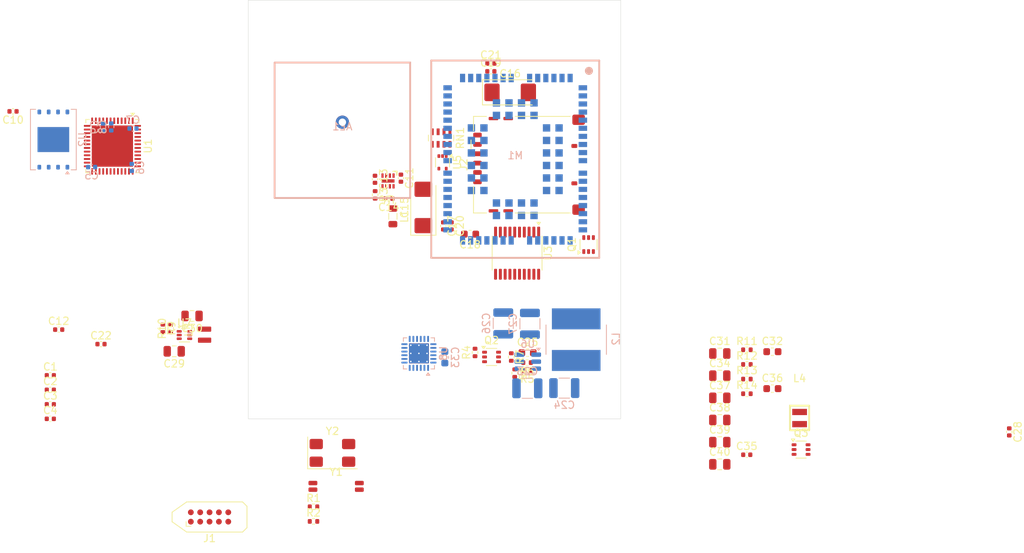
<source format=kicad_pcb>
(kicad_pcb (version 20241229) (generator "pcbnew") (generator_version "9.0")
  (layers (0 "F.Cu" signal) (2 "B.Cu" signal) (13 "F.Paste" user) (15 "B.Paste" user) (5 "F.SilkS" user "F.Silkscreen") (7 "B.SilkS" user "B.Silkscreen") (1 "F.Mask" user) (3 "B.Mask" user) (25 "Edge.Cuts" user))
  (net 0 "")
  (net 1 "/mcu/OSC32_IN")
  (net 2 "GND")
  (net 3 "/mcu/OSC32_OUT")
  (net 4 "/mcu/OSC_IN")
  (net 5 "/mcu/OSC_OUT")
  (net 6 "+3V3")
  (net 7 "+VSYS")
  (net 8 "/gsm/+GSM_SWITCHED")
  (net 9 "/gsm/+VBAT_GSM")
  (net 10 "+2V8")
  (net 11 "/gsm/SIM_VCC")
  (net 13 "/mcu/RESET")
  (net 14 "/mcu/SWDIO")
  (net 15 "/mcu/SWCLK")
  (net 21 "Net-(J2-I{slash}O)")
  (net 22 "Net-(J2-CLK)")
  (net 23 "Net-(J2-RST)")
  (net 26 "/gsm/SIM_IO")
  (net 29 "/gsm/PWRKEY")
  (net 36 "/gsm/PSM_IND")
  (net 43 "/gsm/SIM_CLK")
  (net 44 "/gsm/RI")
  (net 51 "/gsm/NETLIGHT")
  (net 54 "/gsm/RESET")
  (net 55 "/gsm/RXD")
  (net 63 "/gsm/DTR")
  (net 70 "/gsm/U3_TXD")
  (net 76 "/gsm/TXD")
  (net 83 "/gsm/STATUS")
  (net 84 "/gsm/AP_RDY")
  (net 85 "/gsm/SIM_RST")
  (net 87 "/gsm/U3_RXD")
  (net 90 "/gsm/GSM_PWRKEY")
  (net 91 "/gsm/GSM_RESET")
  (net 92 "/mcu/I2C_SCL")
  (net 93 "/mcu/I2C_SDA")
  (net 96 "/psu/+VIN")
  (net 97 "Net-(AE1-A)")
  (net 101 "Net-(Q2A-D)")
  (net 124 "/mcu/OCTOSPI1_IO3")
  (net 125 "/mcu/OCTOSPI1_IO0")
  (net 126 "/mcu/OCTOSPI1_NCS")
  (net 127 "/mcu/OCTOSPI1_IO2")
  (net 128 "/mcu/OCTOSPI1_IO1")
  (net 129 "/mcu/OCTOSPI1_CLK")
  (net 131 "+5V")
  (net 132 "/mcu/PSU_CTRL")
  (net 133 "Net-(U2-VCC)")
  (net 134 "Net-(U4-SS)")
  (net 135 "Net-(U6-CB)")
  (net 136 "Net-(U6-SW)")
  (net 137 "Net-(U6-FB)")
  (net 138 "/low_voltage_psu/+VSYS")
  (net 139 "/low_voltage_psu/+3V3")
  (net 140 "Net-(U4-DIS)")
  (net 141 "Net-(U7-FB)")
  (net 143 "Net-(U7-SW)")
  (net 144 "Net-(U8-PMID)")
  (net 145 "Net-(U8-BTST)")
  (net 146 "/battery charger/BQ_SW")
  (net 147 "Net-(U8-REGN)")
  (net 148 "Net-(C37-Pad1)")
  (net 149 "Net-(Q3B-D)")
  (net 150 "/battery charger/CHARGE_ENABLE")
  (net 151 "/battery charger/POWER_CYCLE")
  (net 152 "Net-(Q3A-D)")
  (net 153 "Net-(U8-TS)")
  (net 154 "/battery charger/BAT_LEVEL")
  (net 155 "/gsm/GSM_TX")
  (net 156 "/gsm/GSM_RI")
  (net 157 "/gsm/GSM_STATUS")
  (net 158 "/gsm/GSM_AP_READY")
  (net 159 "/gsm/GSM_LINE_BUF_EN")
  (net 160 "/gsm/GSM_DTR")
  (net 161 "/gsm/GSM_RX")
  (net 162 "/gsm/GPS_RX")
  (net 163 "/gsm/GPS_TX")
  (net 164 "/battery charger/CHARGER_STAT")
  (net 165 "/gsm/GSM_EN")
  (net 167 "/battery charger/CHARGER_SDA")
  (net 168 "/battery charger/CHARGER_INT")
  (net 169 "/battery charger/CHARGER_PG")
  (net 170 "/battery charger/CHARGER_SCL")
  (net 172 "/battery charger/+VSYS")
  (footprint "My Footprints:L_0806_2016Metric_TAIYO_YUDEN_SMD" (layer "F.Cu") (at 116.62 86.44 90)
    (property "Reference" "L3" (at 0.6 -2.15 90) (layer "F.SilkS"))
    (property "Value" "1uH")
    (pad "1" smd roundrect (at -0.75 0 90) (size 0.7 1.8) (layers "F.Cu" "F.Mask" "F.Paste") (roundrect_rratio 0.15) (net 143 "Net-(U7-SW)"))
    (pad "2" smd roundrect (at 0.75 0 90) (size 0.7 1.8) (layers "F.Cu" "F.Mask" "F.Paste") (roundrect_rratio 0.15) (net 139 "/low_voltage_psu/+3V3"))
  )
  (footprint "Capacitor_SMD:C_0402_1005Metric" (layer "F.Cu") (at 155.475 50.67)
    (property "Reference" "C19" (at 0 -1.16 0) (layer "F.SilkS"))
    (property "Value" "1u")
    (pad "1" smd roundrect (at -0.48 0) (size 0.56 0.62) (layers "F.Cu" "F.Mask" "F.Paste") (net 9 "/gsm/+VBAT_GSM"))
    (pad "2" smd roundrect (at 0.48 0) (size 0.56 0.62) (layers "F.Cu" "F.Mask" "F.Paste") (net 2 "GND"))
  )
  (footprint "Resistor_SMD:R_0402_1005Metric" (layer "F.Cu") (at 139.77 67.45 -90)
    (property "Reference" "R3" (at 0 -1.17 90) (layer "F.SilkS"))
    (property "Value" "10K")
    (pad "1" smd roundrect (at -0.51 0 270) (size 0.54 0.64) (layers "F.Cu" "F.Mask" "F.Paste") (net 140 "Net-(U4-DIS)"))
    (pad "2" smd roundrect (at 0.51 0 270) (size 0.54 0.64) (layers "F.Cu" "F.Mask" "F.Paste") (net 2 "GND"))
  )
  (footprint "Capacitor_SMD:C_0402_1005Metric" (layer "F.Cu") (at 102.56 87.725)
    (property "Reference" "C22" (at 0 -1.16 0) (layer "F.SilkS"))
    (property "Value" "0.1u")
    (pad "1" smd roundrect (at -0.48 0) (size 0.56 0.62) (layers "F.Cu" "F.Mask" "F.Paste") (net 11 "/gsm/SIM_VCC"))
    (pad "2" smd roundrect (at 0.48 0) (size 0.56 0.62) (layers "F.Cu" "F.Mask" "F.Paste") (net 2 "GND"))
  )
  (footprint "Crystal:Crystal_SMD_SeikoEpson_MC146-4Pin_6.7x1.5mm" (layer "F.Cu") (at 134.475 107.05)
    (property "Reference" "Y1" (at 0 -1.95 0) (layer "F.SilkS"))
    (property "Value" "32.768KHz")
    (pad "1" smd roundrect (at -3.15 0.45) (size 1.2 0.6) (layers "F.Cu" "F.Mask" "F.Paste") (net 3 "/mcu/OSC32_OUT"))
    (pad "2" smd roundrect (at 3.15 0.45) (size 1.2 0.6) (layers "F.Cu" "F.Mask" "F.Paste") (net 1 "/mcu/OSC32_IN"))
    (pad "3" smd roundrect (at 3.15 -0.45) (size 1.2 0.6) (layers "F.Cu" "F.Mask" "F.Paste"))
    (pad "4" smd roundrect (at -3.15 -0.45) (size 1.2 0.6) (layers "F.Cu" "F.Mask" "F.Paste"))
  )
  (footprint "Capacitor_SMD:C_0805_2012Metric" (layer "F.Cu") (at 186.55 104.055)
    (property "Reference" "C40" (at 0 -1.68 0) (layer "F.SilkS"))
    (property "Value" "10u")
    (pad "1" smd roundrect (at -0.95 0) (size 1 1.45) (layers "F.Cu" "F.Mask" "F.Paste") (net 172 "/battery charger/+VSYS"))
    (pad "2" smd roundrect (at 0.95 0) (size 1 1.45) (layers "F.Cu" "F.Mask" "F.Paste") (net 2 "GND"))
  )
  (footprint "Capacitor_SMD:C_0805_2012Metric" (layer "F.Cu") (at 186.55 98.035)
    (property "Reference" "C38" (at 0 -1.68 0) (layer "F.SilkS"))
    (property "Value" "10u")
    (pad "1" smd roundrect (at -0.95 0) (size 1 1.45) (layers "F.Cu" "F.Mask" "F.Paste") (net 172 "/battery charger/+VSYS"))
    (pad "2" smd roundrect (at 0.95 0) (size 1 1.45) (layers "F.Cu" "F.Mask" "F.Paste") (net 2 "GND"))
  )
  (footprint "Capacitor_SMD:C_0603_1608Metric" (layer "F.Cu") (at 152.655 72.78 180)
    (property "Reference" "C18" (at 0 -1.43 0) (layer "F.SilkS"))
    (property "Value" "4.7u")
    (pad "1" smd roundrect (at -0.775 0 180) (size 0.9 0.95) (layers "F.Cu" "F.Mask" "F.Paste") (net 10 "+2V8"))
    (pad "2" smd roundrect (at 0.775 0 180) (size 0.9 0.95) (layers "F.Cu" "F.Mask" "F.Paste") (net 2 "GND"))
  )
  (footprint "Resistor_SMD:R_0402_1005Metric" (layer "F.Cu") (at 158.25 89.48 -90)
    (property "Reference" "R7" (at 0 -1.17 90) (layer "F.SilkS"))
    (property "Value" "88.7K")
    (pad "1" smd roundrect (at -0.51 0 270) (size 0.54 0.64) (layers "F.Cu" "F.Mask" "F.Paste") (net 131 "+5V"))
    (pad "2" smd roundrect (at 0.51 0 270) (size 0.54 0.64) (layers "F.Cu" "F.Mask" "F.Paste") (net 137 "Net-(U6-FB)"))
  )
  (footprint "Capacitor_SMD:C_0402_1005Metric" (layer "F.Cu") (at 149.02 71.67 -90)
    (property "Reference" "C17" (at 0 -1.16 90) (layer "F.SilkS"))
    (property "Value" "1u")
    (pad "1" smd roundrect (at -0.48 0 270) (size 0.56 0.62) (layers "F.Cu" "F.Mask" "F.Paste") (net 9 "/gsm/+VBAT_GSM"))
    (pad "2" smd roundrect (at 0.48 0 270) (size 0.56 0.62) (layers "F.Cu" "F.Mask" "F.Paste") (net 2 "GND"))
  )
  (footprint "Capacitor_SMD:C_0402_1005Metric" (layer "F.Cu") (at 139.75 65.33 -90)
    (property "Reference" "C13" (at 0 -1.16 90) (layer "F.SilkS"))
    (property "Value" "0.1u")
    (pad "1" smd roundrect (at -0.48 0 270) (size 0.56 0.62) (layers "F.Cu" "F.Mask" "F.Paste") (net 134 "Net-(U4-SS)"))
    (pad "2" smd roundrect (at 0.48 0 270) (size 0.56 0.62) (layers "F.Cu" "F.Mask" "F.Paste") (net 2 "GND"))
  )
  (footprint "Package_TO_SOT_SMD:Diodes_SOT-553" (layer "F.Cu") (at 148.92 63.03 -90)
    (property "Reference" "U5" (at 0 -2 90) (layer "F.SilkS"))
    (property "Value" "DF5A6.8JE,LM")
    (pad "1" smd roundrect (at -0.85 -0.5 270) (size 0.5 0.375) (layers "F.Cu" "F.Mask" "F.Paste") (net 21 "Net-(J2-I{slash}O)"))
    (pad "2" smd roundrect (at -0.85 0 270) (size 0.5 0.375) (layers "F.Cu" "F.Mask" "F.Paste") (net 2 "GND"))
    (pad "3" smd roundrect (at -0.85 0.5 270) (size 0.5 0.375) (layers "F.Cu" "F.Mask" "F.Paste") (net 22 "Net-(J2-CLK)"))
    (pad "4" smd roundrect (at 0.85 0.5 270) (size 0.5 0.375) (layers "F.Cu" "F.Mask" "F.Paste") (net 23 "Net-(J2-RST)"))
    (pad "5" smd roundrect (at 0.85 -0.5 270) (size 0.5 0.375) (layers "F.Cu" "F.Mask" "F.Paste") (net 11 "/gsm/SIM_VCC"))
  )
  (footprint "Capacitor_SMD:C_0402_1005Metric" (layer "F.Cu") (at 190.21 102.755)
    (property "Reference" "C35" (at 0 -1.16 0) (layer "F.SilkS"))
    (property "Value" "47n")
    (pad "1" smd roundrect (at -0.48 0) (size 0.56 0.62) (layers "F.Cu" "F.Mask" "F.Paste") (net 146 "/battery charger/BQ_SW"))
    (pad "2" smd roundrect (at 0.48 0) (size 0.56 0.62) (layers "F.Cu" "F.Mask" "F.Paste") (net 145 "Net-(U8-BTST)"))
  )
  (footprint "Capacitor_SMD:C_0805_2012Metric" (layer "F.Cu") (at 112.5 88.7 180)
    (property "Reference" "C29" (at 0 -1.68 0) (layer "F.SilkS"))
    (property "Value" "10u")
    (pad "1" smd roundrect (at -0.95 0 180) (size 1 1.45) (layers "F.Cu" "F.Mask" "F.Paste") (net 138 "/low_voltage_psu/+VSYS"))
    (pad "2" smd roundrect (at 0.95 0 180) (size 1 1.45) (layers "F.Cu" "F.Mask" "F.Paste") (net 2 "GND"))
  )
  (footprint "Package_TO_SOT_SMD:SOT-363_SC-70-6" (layer "F.Cu") (at 197.58 102.05)
    (property "Reference" "Q3" (at 0 -2.25 0) (layer "F.SilkS"))
    (property "Value" "SSM6N7002KFU")
    (pad "1" smd roundrect (at -0.95 -0.65) (size 0.65 0.4) (layers "F.Cu" "F.Mask" "F.Paste") (net 150 "/battery charger/CHARGE_ENABLE"))
    (pad "2" smd roundrect (at -0.95 0) (size 0.65 0.4) (layers "F.Cu" "F.Mask" "F.Paste") (net 6 "+3V3"))
    (pad "3" smd roundrect (at -0.95 0.65) (size 0.65 0.4) (layers "F.Cu" "F.Mask" "F.Paste") (net 149 "Net-(Q3B-D)"))
    (pad "4" smd roundrect (at 0.95 0.65) (size 0.65 0.4) (layers "F.Cu" "F.Mask" "F.Paste") (net 151 "/battery charger/POWER_CYCLE"))
    (pad "5" smd roundrect (at 0.95 0) (size 0.65 0.4) (layers "F.Cu" "F.Mask" "F.Paste") (net 6 "+3V3"))
    (pad "6" smd roundrect (at 0.95 -0.65) (size 0.65 0.4) (layers "F.Cu" "F.Mask" "F.Paste") (net 152 "Net-(Q3A-D)"))
  )
  (footprint "Resistor_SMD:R_0402_1005Metric" (layer "F.Cu") (at 190.23 88.495)
    (property "Reference" "R11" (at 0 -1.17 0) (layer "F.SilkS"))
    (property "Value" "100K")
    (pad "1" smd roundrect (at -0.51 0) (size 0.54 0.64) (layers "F.Cu" "F.Mask" "F.Paste") (net 147 "Net-(U8-REGN)"))
    (pad "2" smd roundrect (at 0.51 0) (size 0.54 0.64) (layers "F.Cu" "F.Mask" "F.Paste") (net 153 "Net-(U8-TS)"))
  )
  (footprint "Package_SO:TSSOP-20_4.4x6.5mm_P0.65mm" (layer "F.Cu") (at 159.04 75.3675 -90)
    (property "Reference" "U3" (at 0 -4.2 90) (layer "F.SilkS"))
    (property "Value" "74LVC244APW,118")
    (pad "1" smd roundrect (at -2.8625 -2.925 270) (size 1.475 0.4) (layers "F.Cu" "F.Mask" "F.Paste"))
    (pad "2" smd roundrect (at -2.8625 -2.275 270) (size 1.475 0.4) (layers "F.Cu" "F.Mask" "F.Paste") (net 84 "/gsm/AP_RDY"))
    (pad "3" smd roundrect (at -2.8625 -1.625 270) (size 1.475 0.4) (layers "F.Cu" "F.Mask" "F.Paste") (net 83 "/gsm/STATUS"))
    (pad "4" smd roundrect (at -2.8625 -0.975 270) (size 1.475 0.4) (layers "F.Cu" "F.Mask" "F.Paste") (net 70 "/gsm/U3_TXD"))
    (pad "5" smd roundrect (at -2.8625 -0.325 270) (size 1.475 0.4) (layers "F.Cu" "F.Mask" "F.Paste") (net 87 "/gsm/U3_RXD"))
    (pad "6" smd roundrect (at -2.8625 0.325 270) (size 1.475 0.4) (layers "F.Cu" "F.Mask" "F.Paste") (net 63 "/gsm/DTR"))
    (pad "7" smd roundrect (at -2.8625 0.975 270) (size 1.475 0.4) (layers "F.Cu" "F.Mask" "F.Paste") (net 44 "/gsm/RI"))
    (pad "8" smd roundrect (at -2.8625 1.625 270) (size 1.475 0.4) (layers "F.Cu" "F.Mask" "F.Paste") (net 55 "/gsm/RXD"))
    (pad "9" smd roundrect (at -2.8625 2.275 270) (size 1.475 0.4) (layers "F.Cu" "F.Mask" "F.Paste") (net 76 "/gsm/TXD"))
    (pad "10" smd roundrect (at -2.8625 2.925 270) (size 1.475 0.4) (layers "F.Cu" "F.Mask" "F.Paste") (net 2 "GND"))
    (pad "11" smd roundrect (at 2.8625 2.925 270) (size 1.475 0.4) (layers "F.Cu" "F.Mask" "F.Paste") (net 155 "/gsm/GSM_TX"))
    (pad "12" smd roundrect (at 2.8625 2.275 270) (size 1.475 0.4) (layers "F.Cu" "F.Mask" "F.Paste") (net 161 "/gsm/GSM_RX"))
    (pad "13" smd roundrect (at 2.8625 1.625 270) (size 1.475 0.4) (layers "F.Cu" "F.Mask" "F.Paste") (net 156 "/gsm/GSM_RI"))
    (pad "14" smd roundrect (at 2.8625 0.975 270) (size 1.475 0.4) (layers "F.Cu" "F.Mask" "F.Paste") (net 160 "/gsm/GSM_DTR"))
    (pad "15" smd roundrect (at 2.8625 0.325 270) (size 1.475 0.4) (layers "F.Cu" "F.Mask" "F.Paste") (net 162 "/gsm/GPS_RX"))
    (pad "16" smd roundrect (at 2.8625 -0.325 270) (size 1.475 0.4) (layers "F.Cu" "F.Mask" "F.Paste") (net 163 "/gsm/GPS_TX"))
    (pad "17" smd roundrect (at 2.8625 -0.975 270) (size 1.475 0.4) (layers "F.Cu" "F.Mask" "F.Paste") (net 157 "/gsm/GSM_STATUS"))
    (pad "18" smd roundrect (at 2.8625 -1.625 270) (size 1.475 0.4) (layers "F.Cu" "F.Mask" "F.Paste") (net 158 "/gsm/GSM_AP_READY"))
    (pad "19" smd roundrect (at 2.8625 -2.275 270) (size 1.475 0.4) (layers "F.Cu" "F.Mask" "F.Paste") (net 159 "/gsm/GSM_LINE_BUF_EN"))
    (pad "20" smd roundrect (at 2.8625 -2.925 270) (size 1.475 0.4) (layers "F.Cu" "F.Mask" "F.Paste") (net 6 "+3V3"))
  )
  (footprint "Package_TO_SOT_SMD:SOT-563" (layer "F.Cu") (at 113.8875 86.49)
    (property "Reference" "U7" (at 0 -1.65 0) (layer "F.SilkS"))
    (property "Value" "AP61100Z6")
    (pad "1" smd roundrect (at -0.7125 -0.5) (size 0.675 0.35) (layers "F.Cu" "F.Mask" "F.Paste") (net 141 "Net-(U7-FB)"))
    (pad "2" smd roundrect (at -0.7125 0) (size 0.675 0.35) (layers "F.Cu" "F.Mask" "F.Paste") (net 2 "GND"))
    (pad "3" smd roundrect (at -0.7125 0.5) (size 0.675 0.35) (layers "F.Cu" "F.Mask" "F.Paste") (net 138 "/low_voltage_psu/+VSYS"))
    (pad "4" smd roundrect (at 0.7125 0.5) (size 0.675 0.35) (layers "F.Cu" "F.Mask" "F.Paste") (net 143 "Net-(U7-SW)"))
    (pad "5" smd roundrect (at 0.7125 0) (size 0.675 0.35) (layers "F.Cu" "F.Mask" "F.Paste") (net 138 "/low_voltage_psu/+VSYS"))
    (pad "6" smd roundrect (at 0.7125 -0.5) (size 0.675 0.35) (layers "F.Cu" "F.Mask" "F.Paste") (net 139 "/low_voltage_psu/+3V3"))
  )
  (footprint "My Footprints:UDFN2116-8_Diodes" (layer "F.Cu") (at 141.52 65.56 180)
    (property "Reference" "U4" (at 0.05 -2.475 180) (layer "F.SilkS"))
    (property "Value" "AP22800HB-7")
    (pad "1" smd rect (at -0.75 0.725 180) (size 0.3 0.6) (layers "F.Cu" "F.Mask" "F.Paste") (net 7 "+VSYS"))
    (pad "2" smd rect (at -0.25 0.725 180) (size 0.3 0.6) (layers "F.Cu" "F.Mask" "F.Paste") (net 7 "+VSYS"))
    (pad "3" smd rect (at 0.25 0.724271 180) (size 0.3 0.6) (layers "F.Cu" "F.Mask" "F.Paste") (net 165 "/gsm/GSM_EN"))
    (pad "4" smd rect (at 0.75 0.725 180) (size 0.3 0.6) (layers "F.Cu" "F.Mask" "F.Paste") (net 134 "Net-(U4-SS)"))
    (pad "5" smd rect (at 0.75 -0.725 180) (size 0.3 0.6) (layers "F.Cu" "F.Mask" "F.Paste"))
    (pad "6" smd rect (at 0.25 -0.725 180) (size 0.3 0.6) (layers "F.Cu" "F.Mask" "F.Paste") (net 140 "Net-(U4-DIS)"))
    (pad "7" smd rect (at -0.25 -0.725 180) (size 0.3 0.6) (layers "F.Cu" "F.Mask" "F.Paste") (net 8 "/gsm/+GSM_SWITCHED"))
    (pad "8" smd rect (at -0.75 -0.725 180) (size 0.3 0.6) (layers "F.Cu" "F.Mask" "F.Paste") (net 8 "/gsm/+GSM_SWITCHED"))
    (pad "9" smd rect (at 0 0 270) (size 0.45 1.75) (layers "F.Cu" "F.Mask" "F.Paste") (net 2 "GND"))
  )
  (footprint "Capacitor_SMD:C_0603_1608Metric" (layer "F.Cu") (at 193.69 88.755)
    (property "Reference" "C32" (at 0 -1.43 0) (layer "F.SilkS"))
    (property "Value" "1u")
    (pad "1" smd roundrect (at -0.775 0) (size 0.9 0.95) (layers "F.Cu" "F.Mask" "F.Paste") (net 131 "+5V"))
    (pad "2" smd roundrect (at 0.775 0) (size 0.9 0.95) (layers "F.Cu" "F.Mask" "F.Paste") (net 2 "GND"))
  )
  (footprint "Resistor_SMD:R_0402_1005Metric" (layer "F.Cu") (at 158.72 91.67 -90)
    (property "Reference" "R8" (at 0 -1.17 90) (layer "F.SilkS"))
    (property "Value" "16.8K")
    (pad "1" smd roundrect (at -0.51 0 270) (size 0.54 0.64) (layers "F.Cu" "F.Mask" "F.Paste") (net 137 "Net-(U6-FB)"))
    (pad "2" smd roundrect (at 0.51 0 270) (size 0.54 0.64) (layers "F.Cu" "F.Mask" "F.Paste") (net 2 "GND"))
  )
  (footprint "My Footprints:Inductor_TYA252012" (layer "F.Cu") (at 197.382 96.9458)
    (property "Reference" "L4" (at 0 -4.564 0) (layer "F.SilkS"))
    (property "Value" "1u")
    (pad "1" smd rect (at 0 0) (size 2 0.85) (layers "F.Cu" "F.Mask" "F.Paste") (net 146 "/battery charger/BQ_SW"))
    (pad "2" smd rect (at 0 1.65) (size 2 0.85) (layers "F.Cu" "F.Mask" "F.Paste") (net 172 "/battery charger/+VSYS"))
  )
  (footprint "Capacitor_Tantalum_SMD:CP_EIA-6032-20_AVX-F" (layer "F.Cu") (at 146.31 69.16 90)
    (property "Reference" "C15" (at 0 -2.55 90) (layer "F.SilkS"))
    (property "Value" "100u")
    (pad "1" smd roundrect (at -2.47 0 90) (size 2.07 2.39) (layers "F.Cu" "F.Mask" "F.Paste") (roundrect_rratio 0.120773) (net 9 "/gsm/+VBAT_GSM"))
    (pad "2" smd roundrect (at 2.47 0 90) (size 2.07 2.39) (layers "F.Cu" "F.Mask" "F.Paste") (roundrect_rratio 0.120773) (net 2 "GND"))
  )
  (footprint "Resistor_SMD:R_0402_1005Metric" (layer "F.Cu") (at 131.405 109.82)
    (property "Reference" "R1" (at 0 -1.17 0) (layer "F.SilkS"))
    (property "Value" "4K7")
    (pad "1" smd roundrect (at -0.51 0) (size 0.54 0.64) (layers "F.Cu" "F.Mask" "F.Paste") (net 92 "/mcu/I2C_SCL"))
    (pad "2" smd roundrect (at 0.51 0) (size 0.54 0.64) (layers "F.Cu" "F.Mask" "F.Paste") (net 6 "+3V3"))
  )
  (footprint "Capacitor_SMD:C_0805_2012Metric" (layer "F.Cu") (at 186.55 92.015)
    (property "Reference" "C34" (at 0 -1.68 0) (layer "F.SilkS"))
    (property "Value" "10u")
    (pad "1" smd roundrect (at -0.95 0) (size 1 1.45) (layers "F.Cu" "F.Mask" "F.Paste") (net 144 "Net-(U8-PMID)"))
    (pad "2" smd roundrect (at 0.95 0) (size 1 1.45) (layers "F.Cu" "F.Mask" "F.Paste") (net 2 "GND"))
  )
  (footprint "Capacitor_SMD:C_0402_1005Metric" (layer "F.Cu") (at 150.13 71.67 -90)
    (property "Reference" "C20" (at 0 -1.16 90) (layer "F.SilkS"))
    (property "Value" "0.1u")
    (pad "1" smd roundrect (at -0.48 0 270) (size 0.56 0.62) (layers "F.Cu" "F.Mask" "F.Paste") (net 9 "/gsm/+VBAT_GSM"))
    (pad "2" smd roundrect (at 0.48 0 270) (size 0.56 0.62) (layers "F.Cu" "F.Mask" "F.Paste") (net 2 "GND"))
  )
  (footprint "Package_DFN_QFN:QFN-48-1EP_7x7mm_P0.5mm_EP5.6x5.6mm" (layer "F.Cu") (at 104.11 60.8225 -90)
    (property "Reference" "U1" (at 0 -4.83 90) (layer "F.SilkS"))
    (property "Value" "STM32U545CEUx")
    (pad "1" smd roundrect (at -3.4375 -2.75 270) (size 0.875 0.25) (layers "F.Cu" "F.Mask" "F.Paste"))
    (pad "2" smd roundrect (at -3.4375 -2.25 270) (size 0.875 0.25) (layers "F.Cu" "F.Mask" "F.Paste"))
    (pad "3" smd roundrect (at -3.4375 -1.75 270) (size 0.875 0.25) (layers "F.Cu" "F.Mask" "F.Paste") (net 1 "/mcu/OSC32_IN"))
    (pad "4" smd roundrect (at -3.4375 -1.25 270) (size 0.875 0.25) (layers "F.Cu" "F.Mask" "F.Paste") (net 3 "/mcu/OSC32_OUT"))
    (pad "5" smd roundrect (at -3.4375 -0.75 270) (size 0.875 0.25) (layers "F.Cu" "F.Mask" "F.Paste") (net 4 "/mcu/OSC_IN"))
    (pad "6" smd roundrect (at -3.4375 -0.25 270) (size 0.875 0.25) (layers "F.Cu" "F.Mask" "F.Paste") (net 5 "/mcu/OSC_OUT"))
    (pad "7" smd roundrect (at -3.4375 0.25 270) (size 0.875 0.25) (layers "F.Cu" "F.Mask" "F.Paste") (net 13 "/mcu/RESET"))
    (pad "8" smd roundrect (at -3.4375 0.75 270) (size 0.875 0.25) (layers "F.Cu" "F.Mask" "F.Paste") (net 2 "GND"))
    (pad "9" smd roundrect (at -3.4375 1.25 270) (size 0.875 0.25) (layers "F.Cu" "F.Mask" "F.Paste") (net 6 "+3V3"))
    (pad "10" smd roundrect (at -3.4375 1.75 270) (size 0.875 0.25) (layers "F.Cu" "F.Mask" "F.Paste") (net 155 "/gsm/GSM_TX"))
    (pad "11" smd roundrect (at -3.4375 2.25 270) (size 0.875 0.25) (layers "F.Cu" "F.Mask" "F.Paste") (net 161 "/gsm/GSM_RX"))
    (pad "12" smd roundrect (at -3.4375 2.75 270) (size 0.875 0.25) (layers "F.Cu" "F.Mask" "F.Paste") (net 156 "/gsm/GSM_RI"))
    (pad "13" smd roundrect (at -2.75 3.4375 270) (size 0.25 0.875) (layers "F.Cu" "F.Mask" "F.Paste") (net 129 "/mcu/OCTOSPI1_CLK"))
    (pad "14" smd roundrect (at -2.25 3.4375 270) (size 0.25 0.875) (layers "F.Cu" "F.Mask" "F.Paste") (net 126 "/mcu/OCTOSPI1_NCS"))
    (pad "15" smd roundrect (at -1.75 3.4375 270) (size 0.25 0.875) (layers "F.Cu" "F.Mask" "F.Paste"))
    (pad "16" smd roundrect (at -1.25 3.4375 270) (size 0.25 0.875) (layers "F.Cu" "F.Mask" "F.Paste") (net 124 "/mcu/OCTOSPI1_IO3"))
    (pad "17" smd roundrect (at -0.75 3.4375 270) (size 0.25 0.875) (layers "F.Cu" "F.Mask" "F.Paste") (net 127 "/mcu/OCTOSPI1_IO2"))
    (pad "18" smd roundrect (at -0.25 3.4375 270) (size 0.25 0.875) (layers "F.Cu" "F.Mask" "F.Paste") (net 128 "/mcu/OCTOSPI1_IO1"))
    (pad "19" smd roundrect (at 0.25 3.4375 270) (size 0.25 0.875) (layers "F.Cu" "F.Mask" "F.Paste") (net 125 "/mcu/OCTOSPI1_IO0"))
    (pad "20" smd roundrect (at 0.75 3.4375 270) (size 0.25 0.875) (layers "F.Cu" "F.Mask" "F.Paste"))
    (pad "21" smd roundrect (at 1.25 3.4375 270) (size 0.25 0.875) (layers "F.Cu" "F.Mask" "F.Paste"))
    (pad "22" smd roundrect (at 1.75 3.4375 270) (size 0.25 0.875) (layers "F.Cu" "F.Mask" "F.Paste"))
    (pad "23" smd roundrect (at 2.25 3.4375 270) (size 0.25 0.875) (layers "F.Cu" "F.Mask" "F.Paste") (net 2 "GND"))
    (pad "24" smd roundrect (at 2.75 3.4375 270) (size 0.25 0.875) (layers "F.Cu" "F.Mask" "F.Paste") (net 6 "+3V3"))
    (pad "25" smd roundrect (at 3.4375 2.75 270) (size 0.875 0.25) (layers "F.Cu" "F.Mask" "F.Paste"))
    (pad "26" smd roundrect (at 3.4375 2.25 270) (size 0.875 0.25) (layers "F.Cu" "F.Mask" "F.Paste"))
    (pad "27" smd roundrect (at 3.4375 1.75 270) (size 0.875 0.25) (layers "F.Cu" "F.Mask" "F.Paste"))
    (pad "28" smd roundrect (at 3.4375 1.25 270) (size 0.875 0.25) (layers "F.Cu" "F.Mask" "F.Paste"))
    (pad "29" smd roundrect (at 3.4375 0.75 270) (size 0.875 0.25) (layers "F.Cu" "F.Mask" "F.Paste") (net 157 "/gsm/GSM_STATUS"))
    (pad "30" smd roundrect (at 3.4375 0.25 270) (size 0.875 0.25) (layers "F.Cu" "F.Mask" "F.Paste") (net 162 "/gsm/GPS_RX"))
    (pad "31" smd roundrect (at 3.4375 -0.25 270) (size 0.875 0.25) (layers "F.Cu" "F.Mask" "F.Paste") (net 163 "/gsm/GPS_TX"))
    (pad "32" smd roundrect (at 3.4375 -0.75 270) (size 0.875 0.25) (layers "F.Cu" "F.Mask" "F.Paste"))
    (pad "33" smd roundrect (at 3.4375 -1.25 270) (size 0.875 0.25) (layers "F.Cu" "F.Mask" "F.Paste"))
    (pad "34" smd roundrect (at 3.4375 -1.75 270) (size 0.875 0.25) (layers "F.Cu" "F.Mask" "F.Paste"))
    (pad "35" smd roundrect (at 3.4375 -2.25 270) (size 0.875 0.25) (layers "F.Cu" "F.Mask" "F.Paste") (net 2 "GND"))
    (pad "36" smd roundrect (at 3.4375 -2.75 270) (size 0.875 0.25) (layers "F.Cu" "F.Mask" "F.Paste") (net 6 "+3V3"))
    (pad "37" smd roundrect (at 2.75 -3.4375 270) (size 0.25 0.875) (layers "F.Cu" "F.Mask" "F.Paste"))
    (pad "38" smd roundrect (at 2.25 -3.4375 270) (size 0.25 0.875) (layers "F.Cu" "F.Mask" "F.Paste"))
    (pad "39" smd roundrect (at 1.75 -3.4375 270) (size 0.25 0.875) (layers "F.Cu" "F.Mask" "F.Paste"))
    (pad "40" smd roundrect (at 1.25 -3.4375 270) (size 0.25 0.875) (layers "F.Cu" "F.Mask" "F.Paste"))
    (pad "41" smd roundrect (at 0.75 -3.4375 270) (size 0.25 0.875) (layers "F.Cu" "F.Mask" "F.Paste"))
    (pad "42" smd roundrect (at 0.25 -3.4375 270) (size 0.25 0.875) (layers "F.Cu" "F.Mask" "F.Paste"))
    (pad "43" smd roundrect (at -0.25 -3.4375 270) (size 0.25 0.875) (layers "F.Cu" "F.Mask" "F.Paste"))
    (pad "44" smd roundrect (at -0.75 -3.4375 270) (size 0.25 0.875) (layers "F.Cu" "F.Mask" "F.Paste"))
    (pad "45" smd roundrect (at -1.25 -3.4375 270) (size 0.25 0.875) (layers "F.Cu" "F.Mask" "F.Paste"))
    (pad "46" smd roundrect (at -1.75 -3.4375 270) (size 0.25 0.875) (layers "F.Cu" "F.Mask" "F.Paste"))
    (pad "47" smd roundrect (at -2.25 -3.4375 270) (size 0.25 0.875) (layers "F.Cu" "F.Mask" "F.Paste") (net 2 "GND"))
    (pad "48" smd roundrect (at -2.75 -3.4375 270) (size 0.25 0.875) (layers "F.Cu" "F.Mask" "F.Paste") (net 6 "+3V3"))
    (pad "49" smd rect (at 0 0 270) (size 5.6 5.6) (property pad_prop_heatsink) (layers "F.Cu" "F.Mask") (net 2 "GND"))
  )
  (footprint "Resistor_SMD:R_0402_1005Metric" (layer "F.Cu") (at 112.02 85.61 90)
    (property "Reference" "R10" (at 0 -1.17 90) (layer "F.SilkS"))
    (property "Value" "44.2K")
    (pad "1" smd roundrect (at -0.51 0 90) (size 0.54 0.64) (layers "F.Cu" "F.Mask" "F.Paste") (net 2 "GND"))
    (pad "2" smd roundrect (at 0.51 0 90) (size 0.54 0.64) (layers "F.Cu" "F.Mask" "F.Paste") (net 141 "Net-(U7-FB)"))
  )
  (footprint "Resistor_SMD:R_0402_1005Metric" (layer "F.Cu") (at 110.96 85.58 -90)
    (property "Reference" "R9" (at 0 -1.17 90) (layer "F.SilkS"))
    (property "Value" "200K")
    (pad "1" smd roundrect (at -0.51 0 270) (size 0.54 0.64) (layers "F.Cu" "F.Mask" "F.Paste") (net 141 "Net-(U7-FB)"))
    (pad "2" smd roundrect (at 0.51 0 270) (size 0.54 0.64) (layers "F.Cu" "F.Mask" "F.Paste") (net 139 "/low_voltage_psu/+3V3"))
  )
  (footprint "Resistor_SMD:R_0402_1005Metric" (layer "F.Cu") (at 160.39 90.24 180)
    (property "Reference" "R6" (at 0 -1.17 0) (layer "F.SilkS"))
    (property "Value" "37K")
    (pad "1" smd roundrect (at -0.51 0 180) (size 0.54 0.64) (layers "F.Cu" "F.Mask" "F.Paste") (net 2 "GND"))
    (pad "2" smd roundrect (at 0.51 0 180) (size 0.54 0.64) (layers "F.Cu" "F.Mask" "F.Paste") (net 101 "Net-(Q2A-D)"))
  )
  (footprint "Capacitor_SMD:C_0402_1005Metric" (layer "F.Cu") (at 96.82 85.755)
    (property "Reference" "C12" (at 0 -1.16 0) (layer "F.SilkS"))
    (property "Value" "0.1u")
    (pad "1" smd roundrect (at -0.48 0) (size 0.56 0.62) (layers "F.Cu" "F.Mask" "F.Paste") (net 6 "+3V3"))
    (pad "2" smd roundrect (at 0.48 0) (size 0.56 0.62) (layers "F.Cu" "F.Mask" "F.Paste") (net 2 "GND"))
  )
  (footprint "Capacitor_SMD:C_0805_2012Metric" (layer "F.Cu") (at 186.55 101.045)
    (property "Reference" "C39" (at 0 -1.68 0) (layer "F.SilkS"))
    (property "Value" "10u")
    (pad "1" smd roundrect (at -0.95 0) (size 1 1.45) (layers "F.Cu" "F.Mask" "F.Paste") (net 172 "/battery charger/+VSYS"))
    (pad "2" smd roundrect (at 0.95 0) (size 1 1.45) (layers "F.Cu" "F.Mask" "F.Paste") (net 2 "GND"))
  )
  (footprint "Capacitor_SMD:C_0402_1005Metric" (layer "F.Cu") (at 141.63 67.96 180)
    (property "Reference" "C14" (at 0 -1.16 0) (layer "F.SilkS"))
    (property "Value" "0.1u")
    (pad "1" smd roundrect (at -0.48 0 180) (size 0.56 0.62) (layers "F.Cu" "F.Mask" "F.Paste") (net 8 "/gsm/+GSM_SWITCHED"))
    (pad "2" smd roundrect (at 0.48 0 180) (size 0.56 0.62) (layers "F.Cu" "F.Mask" "F.Paste") (net 2 "GND"))
  )
  (footprint "Resistor_SMD:R_0402_1005Metric" (layer "F.Cu") (at 131.405 111.81)
    (property "Reference" "R2" (at 0 -1.17 0) (layer "F.SilkS"))
    (property "Value" "4K7")
    (pad "1" smd roundrect (at -0.51 0) (size 0.54 0.64) (layers "F.Cu" "F.Mask" "F.Paste") (net 93 "/mcu/I2C_SDA"))
    (pad "2" smd roundrect (at 0.51 0) (size 0.54 0.64) (layers "F.Cu" "F.Mask" "F.Paste") (net 6 "+3V3"))
  )
  (footprint "Resistor_SMD:R_0402_1005Metric" (layer "F.Cu") (at 190.23 92.475)
    (property "Reference" "R13" (at 0 -1.17 0) (layer "F.SilkS"))
    (property "Value" "37K")
    (pad "1" smd roundrect (at -0.51 0) (size 0.54 0.64) (layers "F.Cu" "F.Mask" "F.Paste") (net 148 "Net-(C37-Pad1)"))
    (pad "2" smd roundrect (at 0.51 0) (size 0.54 0.64) (layers "F.Cu" "F.Mask" "F.Paste") (net 154 "/battery charger/BAT_LEVEL"))
  )
  (footprint "Capacitor_SMD:C_0603_1608Metric" (layer "F.Cu") (at 160.46 88.89)
    (property "Reference" "C25" (at 0 -1.43 0) (layer "F.SilkS"))
    (property "Value" "0.1u")
    (pad "1" smd roundrect (at -0.775 0) (size 0.9 0.95) (layers "F.Cu" "F.Mask" "F.Paste") (net 135 "Net-(U6-CB)"))
    (pad "2" smd roundrect (at 0.775 0) (size 0.9 0.95) (layers "F.Cu" "F.Mask" "F.Paste") (net 136 "Net-(U6-SW)"))
  )
  (footprint "Capacitor_SMD:C_0402_1005Metric" (layer "F.Cu") (at 90.62 56.105 180)
    (property "Reference" "C10" (at 0 -1.16 0) (layer "F.SilkS"))
    (property "Value" "0.1u")
    (pad "1" smd roundrect (at -0.48 0 180) (size 0.56 0.62) (layers "F.Cu" "F.Mask" "F.Paste") (net 133 "Net-(U2-VCC)"))
    (pad "2" smd roundrect (at 0.48 0 180) (size 0.56 0.62) (layers "F.Cu" "F.Mask" "F.Paste") (net 2 "GND"))
  )
  (footprint "Capacitor_SMD:C_0402_1005Metric" (layer "F.Cu") (at 225.84 99.65 -90)
    (property "Reference" "C28" (at 0 -1.16 90) (layer "F.SilkS"))
    (property "Value" "33p")
    (pad "1" smd roundrect (at -0.48 0 270) (size 0.56 0.62) (layers "F.Cu" "F.Mask" "F.Paste") (net 131 "+5V"))
    (pad "2" smd roundrect (at 0.48 0 270) (size 0.56 0.62) (layers "F.Cu" "F.Mask" "F.Paste") (net 137 "Net-(U6-FB)"))
  )
  (footprint "Capacitor_SMD:C_0402_1005Metric" (layer "F.Cu") (at 143.27 65.18 -90)
    (property "Reference" "C11" (at 0 -1.16 90) (layer "F.SilkS"))
    (property "Value" "1u")
    (pad "1" smd roundrect (at -0.48 0 270) (size 0.56 0.62) (layers "F.Cu" "F.Mask" "F.Paste") (net 7 "+VSYS"))
    (pad "2" smd roundrect (at 0.48 0 270) (size 0.56 0.62) (layers "F.Cu" "F.Mask" "F.Paste") (net 2 "GND"))
  )
  (footprint "Capacitor_SMD:C_0402_1005Metric" (layer "F.Cu") (at 95.68 93.935)
    (property "Reference" "C2" (at 0 -1.16 0) (layer "F.SilkS"))
    (property "Value" "18p")
    (pad "1" smd roundrect (at -0.48 0) (size 0.56 0.62) (layers "F.Cu" "F.Mask" "F.Paste") (net 3 "/mcu/OSC32_OUT"))
    (pad "2" smd roundrect (at 0.48 0) (size 0.56 0.62) (layers "F.Cu" "F.Mask" "F.Paste") (net 2 "GND"))
  )
  (footprint "Resistor_SMD:R_0402_1005Metric" (layer "F.Cu") (at 190.23 90.485)
    (property "Reference" "R12" (at 0 -1.17 0) (layer "F.SilkS"))
    (property "Value" "100K")
    (pad "1" smd roundrect (at -0.51 0) (size 0.54 0.64) (layers "F.Cu" "F.Mask" "F.Paste") (net 153 "Net-(U8-TS)"))
    (pad "2" smd roundrect (at 0.51 0) (size 0.54 0.64) (layers "F.Cu" "F.Mask" "F.Paste") (net 2 "GND"))
  )
  (footprint "Capacitor_SMD:C_0402_1005Metric" (layer "F.Cu") (at 95.68 95.905)
    (property "Reference" "C3" (at 0 -1.16 0) (layer "F.SilkS"))
    (property "Value" "18p")
    (pad "1" smd roundrect (at -0.48 0) (size 0.56 0.62) (layers "F.Cu" "F.Mask" "F.Paste") (net 2 "GND"))
    (pad "2" smd roundrect (at 0.48 0) (size 0.56 0.62) (layers "F.Cu" "F.Mask" "F.Paste") (net 4 "/mcu/OSC_IN"))
  )
  (footprint "Resistor_SMD:R_Array_Concave_4x0603" (layer "F.Cu") (at 148.72 59.73 -90)
    (property "Reference" "RN1" (at 0 -2.6 90) (layer "F.SilkS"))
    (property "Value" "22R")
    (pad "1" smd rect (at -0.85 -1.2 270) (size 0.9 0.4) (layers "F.Cu" "F.Mask" "F.Paste") (net 43 "/gsm/SIM_CLK"))
    (pad "2" smd rect (at -0.85 -0.4 270) (size 0.9 0.4) (layers "F.Cu" "F.Mask" "F.Paste") (net 26 "/gsm/SIM_IO"))
    (pad "3" smd rect (at -0.85 0.4 270) (size 0.9 0.4) (layers "F.Cu" "F.Mask" "F.Paste") (net 85 "/gsm/SIM_RST"))
    (pad "4" smd rect (at -0.85 1.2 270) (size 0.9 0.4) (layers "F.Cu" "F.Mask" "F.Paste"))
    (pad "5" smd rect (at 0.85 1.2 270) (size 0.9 0.4) (layers "F.Cu" "F.Mask" "F.Paste"))
    (pad "6" smd rect (at 0.85 0.4 270) (size 0.9 0.4) (layers "F.Cu" "F.Mask" "F.Paste") (net 23 "Net-(J2-RST)"))
    (pad "7" smd rect (at 0.85 -0.4 270) (size 0.9 0.4) (layers "F.Cu" "F.Mask" "F.Paste") (net 21 "Net-(J2-I{slash}O)"))
    (pad "8" smd rect (at 0.85 -1.2 270) (size 0.9 0.4) (layers "F.Cu" "F.Mask" "F.Paste") (net 22 "Net-(J2-CLK)"))
  )
  (footprint "Connector:Tag-Connect_TC2050-IDC-NL_2x05_P1.27mm_Vertical" (layer "F.Cu") (at 117.295 111.21)
    (property "Reference" "J1" (at 0 2.9 0) (layer "F.SilkS"))
    (property "Value" "Conn_01x10")
    (pad "" np_thru_hole circle (at -3.81 0) (size 0.9906 0.9906) (drill 0.9906) (layers "*.Cu" "*.Mask"))
    (pad "" np_thru_hole circle (at 3.81 -1.016) (size 0.9906 0.9906) (drill 0.9906) (layers "*.Cu" "*.Mask"))
    (pad "" np_thru_hole circle (at 3.81 1.016) (size 0.9906 0.9906) (drill 0.9906) (layers "*.Cu" "*.Mask"))
    (pad "1" connect circle (at -2.54 0.635) (size 0.7874 0.7874) (layers "F.Cu" "F.Mask") (net 6 "+3V3"))
    (pad "2" connect circle (at -1.27 0.635) (size 0.7874 0.7874) (layers "F.Cu" "F.Mask") (net 15 "/mcu/SWCLK"))
    (pad "3" connect circle (at 0 0.635) (size 0.7874 0.7874) (layers "F.Cu" "F.Mask") (net 14 "/mcu/SWDIO"))
    (pad "4" connect circle (at 1.27 0.635) (size 0.7874 0.7874) (layers "F.Cu" "F.Mask") (net 13 "/mcu/RESET"))
    (pad "5" connect circle (at 2.54 0.635) (size 0.7874 0.7874) (layers "F.Cu" "F.Mask"))
    (pad "6" connect circle (at 2.54 -0.635) (size 0.7874 0.7874) (layers "F.Cu" "F.Mask") (net 2 "GND"))
    (pad "7" connect circle (at 1.27 -0.635) (size 0.7874 0.7874) (layers "F.Cu" "F.Mask"))
    (pad "8" connect circle (at 0 -0.635) (size 0.7874 0.7874) (layers "F.Cu" "F.Mask"))
    (pad "9" connect circle (at -1.27 -0.635) (size 0.7874 0.7874) (layers "F.Cu" "F.Mask"))
    (pad "10" connect circle (at -2.54 -0.635) (size 0.7874 0.7874) (layers "F.Cu" "F.Mask"))
  )
  (footprint "Resistor_SMD:R_0402_1005Metric" (layer "F.Cu") (at 160.42 91.29 180)
    (property "Reference" "R5" (at 0 -1.17 0) (layer "F.SilkS"))
    (property "Value" "200K")
    (pad "1" smd roundrect (at -0.51 0 180) (size 0.54 0.64) (layers "F.Cu" "F.Mask" "F.Paste") (net 96 "/psu/+VIN"))
    (pad "2" smd roundrect (at 0.51 0 180) (size 0.54 0.64) (layers "F.Cu" "F.Mask" "F.Paste") (net 101 "Net-(Q2A-D)"))
  )
  (footprint "Capacitor_Tantalum_SMD:CP_EIA-6032-20_AVX-F" (layer "F.Cu") (at 158.1 53.52)
    (property "Reference" "C16" (at 0 -2.55 0) (layer "F.SilkS"))
    (property "Value" "100u")
    (pad "1" smd roundrect (at -2.47 0) (size 2.07 2.39) (layers "F.Cu" "F.Mask" "F.Paste") (roundrect_rratio 0.120773) (net 9 "/gsm/+VBAT_GSM"))
    (pad "2" smd roundrect (at 2.47 0) (size 2.07 2.39) (layers "F.Cu" "F.Mask" "F.Paste") (roundrect_rratio 0.120773) (net 2 "GND"))
  )
  (footprint "Inductor_SMD:L_0805_2012Metric" (layer "F.Cu") (at 142.18 70.3675 -90)
    (property "Reference" "L1" (at 0 -1.55 90) (layer "F.SilkS"))
    (property "Value" "L_Ferrite")
    (pad "1" smd roundrect (at -1.0625 0 270) (size 0.875 1.2) (layers "F.Cu" "F.Mask" "F.Paste") (net 8 "/gsm/+GSM_SWITCHED"))
    (pad "2" smd roundrect (at 1.0625 0 270) (size 0.875 1.2) (layers "F.Cu" "F.Mask" "F.Paste") (net 9 "/gsm/+VBAT_GSM"))
  )
  (footprint "Connector_Card:microSIM_JAE_SF53S006VCBR2000" (layer "F.Cu") (at 160.28 63.35 90)
    (property "Reference" "J2" (at 0 -8.5 90) (layer "F.SilkS"))
    (property "Value" "SIM_Card")
    (pad "1" smd roundrect (at 2.755 -6.62 90) (size 0.65 1.15) (layers "F.Cu" "F.Mask" "F.Paste") (net 11 "/gsm/SIM_VCC"))
    (pad "2" smd roundrect (at 0.215 -6.62 90) (size 0.65 1.15) (layers "F.Cu" "F.Mask" "F.Paste") (net 23 "Net-(J2-RST)"))
    (pad "3" smd roundrect (at -2.325 -6.62 90) (size 0.65 1.15) (layers "F.Cu" "F.Mask" "F.Paste") (net 22 "Net-(J2-CLK)"))
    (pad "5" smd roundrect (at 4.025 -6.62 90) (size 0.65 1.15) (layers "F.Cu" "F.Mask" "F.Paste") (net 2 "GND"))
    (pad "6" smd roundrect (at 1.485 -6.62 90) (size 0.65 1.15) (layers "F.Cu" "F.Mask" "F.Paste"))
    (pad "7" smd roundrect (at -1.055 -6.62 90) (size 0.65 1.15) (layers "F.Cu" "F.Mask" "F.Paste") (net 21 "Net-(J2-I{slash}O)"))
    (pad "SH" smd roundrect (at -6.27 -4.45 90) (size 0.45 1.3) (layers "F.Cu" "F.Mask" "F.Paste"))
    (pad "SH" smd roundrect (at -6.27 -2.45 90) (size 0.45 1.3) (layers "F.Cu" "F.Mask" "F.Paste"))
    (pad "SH" smd roundrect (at -6.105 7.11 90) (size 1.4 1.7) (layers "F.Cu" "F.Mask" "F.Paste") (roundrect_rratio 0.1785714286))
    (pad "SH" smd roundrect (at -2.535 6.53 90) (size 0.54 0.8) (layers "F.Cu" "F.Mask" "F.Paste"))
    (pad "SH" smd roundrect (at 2.545 6.53 90) (size 0.54 0.8) (layers "F.Cu" "F.Mask" "F.Paste"))
    (pad "SH" smd roundrect (at 6.105 7.11 90) (size 1.4 1.7) (layers "F.Cu" "F.Mask" "F.Paste") (roundrect_rratio 0.1785714286))
    (pad "SH" smd roundrect (at 6.27 -4.45 90) (size 0.45 1.3) (layers "F.Cu" "F.Mask" "F.Paste"))
    (pad "SH" smd roundrect (at 6.27 -2.45 90) (size 0.45 1.3) (layers "F.Cu" "F.Mask" "F.Paste"))
  )
  (footprint "Capacitor_SMD:C_0805_2012Metric" (layer "F.Cu") (at 186.55 89.005)
    (property "Reference" "C31" (at 0 -1.68 0) (layer "F.SilkS"))
    (property "Value" "4.7u")
    (pad "1" smd roundrect (at -0.95 0) (size 1 1.45) (layers "F.Cu" "F.Mask" "F.Paste") (net 131 "+5V"))
    (pad "2" smd roundrect (at 0.95 0) (size 1 1.45) (layers "F.Cu" "F.Mask" "F.Paste") (net 2 "GND"))
  )
  (footprint "Package_TO_SOT_SMD:SOT-363_SC-70-6" (layer "F.Cu") (at 155.57 89.47)
    (property "Reference" "Q2" (at 0 -2.25 0) (layer "F.SilkS"))
    (property "Value" "SSM6N7002KFU")
    (pad "1" smd roundrect (at -0.95 -0.65) (size 0.65 0.4) (layers "F.Cu" "F.Mask" "F.Paste") (net 132 "/mcu/PSU_CTRL"))
    (pad "2" smd roundrect (at -0.95 0) (size 0.65 0.4) (layers "F.Cu" "F.Mask" "F.Paste") (net 6 "+3V3"))
    (pad "3" smd roundrect (at -0.95 0.65) (size 0.65 0.4) (layers "F.Cu" "F.Mask" "F.Paste"))
    (pad "4" smd roundrect (at 0.95 0.65) (size 0.65 0.4) (layers "F.Cu" "F.Mask" "F.Paste"))
    (pad "5" smd roundrect (at 0.95 0) (size 0.65 0.4) (layers "F.Cu" "F.Mask" "F.Paste"))
    (pad "6" smd roundrect (at 0.95 -0.65) (size 0.65 0.4) (layers "F.Cu" "F.Mask" "F.Paste") (net 101 "Net-(Q2A-D)"))
  )
  (footprint "Package_TO_SOT_SMD:SOT-363_SC-70-6" (layer "F.Cu") (at 168.74 74.2 90)
    (property "Reference" "Q1" (at 0 -2.25 90) (layer "F.SilkS"))
    (property "Value" "SSM6N7002KFU")
    (pad "1" smd roundrect (at -0.95 -0.65 90) (size 0.65 0.4) (layers "F.Cu" "F.Mask" "F.Paste") (net 2 "GND"))
    (pad "2" smd roundrect (at -0.95 0 90) (size 0.65 0.4) (layers "F.Cu" "F.Mask" "F.Paste") (net 91 "/gsm/GSM_RESET"))
    (pad "3" smd roundrect (at -0.95 0.65 90) (size 0.65 0.4) (layers "F.Cu" "F.Mask" "F.Paste") (net 29 "/gsm/PWRKEY"))
    (pad "4" smd roundrect (at 0.95 0.65 90) (size 0.65 0.4) (layers "F.Cu" "F.Mask" "F.Paste") (net 2 "GND"))
    (pad "5" smd roundrect (at 0.95 0 90) (size 0.65 0.4) (layers "F.Cu" "F.Mask" "F.Paste") (net 90 "/gsm/GSM_PWRKEY"))
    (pad "6" smd roundrect (at 0.95 -0.65 90) (size 0.65 0.4) (layers "F.Cu" "F.Mask" "F.Paste") (net 54 "/gsm/RESET"))
  )
  (footprint "Crystal:Crystal_SMD_0603-4Pin_6.0x3.5mm" (layer "F.Cu") (at 133.975 102.5)
    (property "Reference" "Y2" (at 0 -2.95 0) (layer "F.SilkS"))
    (property "Value" "8MHz")
    (pad "1" smd roundrect (at -2.2 1.2) (size 1.8 1.4) (layers "F.Cu" "F.Mask" "F.Paste") (roundrect_rratio 0.178571) (net 5 "/mcu/OSC_OUT"))
    (pad "2" smd roundrect (at 2.2 1.2) (size 1.8 1.4) (layers "F.Cu" "F.Mask" "F.Paste") (roundrect_rratio 0.178571) (net 4 "/mcu/OSC_IN"))
    (pad "3" smd roundrect (at 2.2 -1.2) (size 1.8 1.4) (layers "F.Cu" "F.Mask" "F.Paste") (roundrect_rratio 0.178571))
    (pad "4" smd roundrect (at -2.2 -1.2) (size 1.8 1.4) (layers "F.Cu" "F.Mask" "F.Paste") (roundrect_rratio 0.178571))
  )
  (footprint "Resistor_SMD:R_0402_1005Metric" (layer "F.Cu") (at 190.23 94.465)
    (property "Reference" "R14" (at 0 -1.17 0) (layer "F.SilkS"))
    (property "Value" "100K")
    (pad "1" smd roundrect (at -0.51 0) (size 0.54 0.64) (layers "F.Cu" "F.Mask" "F.Paste") (net 154 "/battery charger/BAT_LEVEL"))
    (pad "2" smd roundrect (at 0.51 0) (size 0.54 0.64) (layers "F.Cu" "F.Mask" "F.Paste") (net 2 "GND"))
  )
  (footprint "Capacitor_SMD:C_0402_1005Metric" (layer "F.Cu") (at 95.68 97.875)
    (property "Reference" "C4" (at 0 -1.16 0) (layer "F.SilkS"))
    (property "Value" "18p")
    (pad "1" smd roundrect (at -0.48 0) (size 0.56 0.62) (layers "F.Cu" "F.Mask" "F.Paste") (net 2 "GND"))
    (pad "2" smd roundrect (at 0.48 0) (size 0.56 0.62) (layers "F.Cu" "F.Mask" "F.Paste") (net 5 "/mcu/OSC_OUT"))
  )
  (footprint "Capacitor_SMD:C_0402_1005Metric" (layer "F.Cu") (at 155.48 49.595)
    (property "Reference" "C21" (at 0 -1.16 0) (layer "F.SilkS"))
    (property "Value" "0.1u")
    (pad "1" smd roundrect (at -0.48 0) (size 0.56 0.62) (layers "F.Cu" "F.Mask" "F.Paste") (net 9 "/gsm/+VBAT_GSM"))
    (pad "2" smd roundrect (at 0.48 0) (size 0.56 0.62) (layers "F.Cu" "F.Mask" "F.Paste") (net 2 "GND"))
  )
  (footprint "Capacitor_SMD:C_0603_1608Metric" (layer "F.Cu") (at 193.69 93.775)
    (property "Reference" "C36" (at 0 -1.43 0) (layer "F.SilkS"))
    (property "Value" "4.7u")
    (pad "1" smd roundrect (at -0.775 0) (size 0.9 0.95) (layers "F.Cu" "F.Mask" "F.Paste") (net 147 "Net-(U8-REGN)"))
    (pad "2" smd roundrect (at 0.775 0) (size 0.9 0.95) (layers "F.Cu" "F.Mask" "F.Paste") (net 2 "GND"))
  )
  (footprint "Resistor_SMD:R_0402_1005Metric" (layer "F.Cu") (at 153.33 88.86 90)
    (property "Reference" "R4" (at 0 -1.17 90) (layer "F.SilkS"))
    (property "Value" "200K")
    (pad "1" smd roundrect (at -0.51 0 90) (size 0.54 0.64) (layers "F.Cu" "F.Mask" "F.Paste") (net 6 "+3V3"))
    (pad "2" smd roundrect (at 0.51 0 90) (size 0.54 0.64) (layers "F.Cu" "F.Mask" "F.Paste") (net 132 "/mcu/PSU_CTRL"))
  )
  (footprint "Capacitor_SMD:C_0402_1005Metric" (layer "F.Cu") (at 95.68 91.965)
    (property "Reference" "C1" (at 0 -1.16 0) (layer "F.SilkS"))
    (property "Value" "18p")
    (pad "1" smd roundrect (at -0.48 0) (size 0.56 0.62) (layers "F.Cu" "F.Mask" "F.Paste") (net 2 "GND"))
    (pad "2" smd roundrect (at 0.48 0) (size 0.56 0.62) (layers "F.Cu" "F.Mask" "F.Paste") (net 1 "/mcu/OSC32_IN"))
  )
  (footprint "Capacitor_SMD:C_0805_2012Metric" (layer "F.Cu") (at 186.55 95.025)
    (property "Reference" "C37" (at 0 -1.68 0) (layer "F.SilkS"))
    (property "Value" "10u")
    (pad "1" smd roundrect (at -0.95 0) (size 1 1.45) (layers "F.Cu" "F.Mask" "F.Paste") (net 148 "Net-(C37-Pad1)"))
    (pad "2" smd roundrect (at 0.95 0) (size 1 1.45) (layers "F.Cu" "F.Mask" "F.Paste") (net 2 "GND"))
  )
  (footprint "Capacitor_SMD:C_0805_2012Metric" (layer "F.Cu") (at 114.92 83.9 180)
    (property "Reference" "C30" (at 0 -1.68 0) (layer "F.SilkS"))
    (property "Value" "10u")
    (pad "1" smd roundrect (at -0.95 0 180) (size 1 1.45) (layers "F.Cu" "F.Mask" "F.Paste") (net 139 "/low_voltage_psu/+3V3"))
    (pad "2" smd roundrect (at 0.95 0 180) (size 1 1.45) (layers "F.Cu" "F.Mask" "F.Paste") (net 2 "GND"))
  )
  (footprint "Capacitor_SMD:C_1210_3225Metric" (layer "B.Cu") (at 160.43 93.73 180)
    (property "Reference" "C23" (at 0 2.3 0) (layer "B.SilkS") (effects (justify mirror)))
    (property "Value" "2.2u")
    (pad "1" smd roundrect (at -1.475 0 180) (size 1.15 2.7) (layers "B.Cu" "B.Mask" "B.Paste") (roundrect_rratio 0.217391) (net 96 "/psu/+VIN"))
    (pad "2" smd roundrect (at 1.475 0 180) (size 1.15 2.7) (layers "B.Cu" "B.Mask" "B.Paste") (roundrect_rratio 0.217391) (net 2 "GND"))
  )
  (footprint "Capacitor_SMD:C_1210_3225Metric" (layer "B.Cu") (at 165.445 93.7)
    (property "Reference" "C24" (at 0 2.3 0) (layer "B.SilkS") (effects (justify mirror)))
    (property "Value" "2.2u")
    (pad "1" smd roundrect (at -1.475 0) (size 1.15 2.7) (layers "B.Cu" "B.Mask" "B.Paste") (roundrect_rratio 0.217391) (net 96 "/psu/+VIN"))
    (pad "2" smd roundrect (at 1.475 0) (size 1.15 2.7) (layers "B.Cu" "B.Mask" "B.Paste") (roundrect_rratio 0.217391) (net 2 "GND"))
  )
  (footprint "Capacitor_SMD:C_0402_1005Metric" (layer "B.Cu") (at 106.73 63.7225 90)
    (property "Reference" "C6" (at 0 1.16 90) (layer "B.SilkS") (effects (justify mirror)))
    (property "Value" "0.1u")
    (pad "1" smd roundrect (at -0.48 0 90) (size 0.56 0.62) (layers "B.Cu" "B.Mask" "B.Paste") (net 6 "+3V3"))
    (pad "2" smd roundrect (at 0.48 0 90) (size 0.56 0.62) (layers "B.Cu" "B.Mask" "B.Paste") (net 2 "GND"))
  )
  (footprint "Capacitor_SMD:C_0402_1005Metric" (layer "B.Cu") (at 103.95 58.2225 -90)
    (property "Reference" "C8" (at 0 1.16 90) (layer "B.SilkS") (effects (justify mirror)))
    (property "Value" "1u")
    (pad "1" smd roundrect (at -0.48 0 270) (size 0.56 0.62) (layers "B.Cu" "B.Mask" "B.Paste") (net 6 "+3V3"))
    (pad "2" smd roundrect (at 0.48 0 270) (size 0.56 0.62) (layers "B.Cu" "B.Mask" "B.Paste") (net 2 "GND"))
  )
  (footprint "My Footprints:LGA_BG96" (layer "B.Cu") (at 158.787 62.602 180)
    (property "Reference" "M1" (at 0 0.5 0) (layer "B.SilkS") (effects (justify mirror)))
    (property "Value" "BG96")
    (pad "1" smd rect (at -9.18 9.7 180) (size 1.15 0.7) (layers "B.Cu" "B.Mask" "B.Paste") (net 36 "/gsm/PSM_IND"))
    (pad "2" smd rect (at -9.18 8.6 180) (size 1.15 0.7) (layers "B.Cu" "B.Mask" "B.Paste"))
    (pad "3" smd rect (at -9.18 7.5 180) (size 1.15 0.7) (layers "B.Cu" "B.Mask" "B.Paste") (net 2 "GND"))
    (pad "4" smd rect (at -9.18 6.4 180) (size 1.15 0.7) (layers "B.Cu" "B.Mask" "B.Paste"))
    (pad "5" smd rect (at -9.18 5.3 180) (size 1.15 0.7) (layers "B.Cu" "B.Mask" "B.Paste"))
    (pad "6" smd rect (at -9.18 4.2 180) (size 1.15 0.7) (layers "B.Cu" "B.Mask" "B.Paste"))
    (pad "7" smd rect (at -9.18 3.1 180) (size 1.15 0.7) (layers "B.Cu" "B.Mask" "B.Paste"))
    (pad "8" smd rect (at -9.18 2 180) (size 1.15 0.7) (layers "B.Cu" "B.Mask" "B.Paste"))
    (pad "9" smd rect (at -9.18 0.9 180) (size 1.15 0.7) (layers "B.Cu" "B.Mask" "B.Paste"))
    (pad "10" smd rect (at -9.18 -0.2 180) (size 1.15 0.7) (layers "B.Cu" "B.Mask" "B.Paste"))
    (pad "11" smd rect (at -9.18 -1.9 180) (size 1.15 0.7) (layers "B.Cu" "B.Mask" "B.Paste"))
    (pad "12" smd rect (at -9.18 -3 180) (size 1.15 0.7) (layers "B.Cu" "B.Mask" "B.Paste"))
    (pad "13" smd rect (at -9.18 -4.1 180) (size 1.15 0.7) (layers "B.Cu" "B.Mask" "B.Paste"))
    (pad "14" smd rect (at -9.18 -5.2 180) (size 1.15 0.7) (layers "B.Cu" "B.Mask" "B.Paste"))
    (pad "15" smd rect (at -9.18 -6.3 180) (size 1.15 0.7) (layers "B.Cu" "B.Mask" "B.Paste") (net 29 "/gsm/PWRKEY"))
    (pad "16" smd rect (at -9.18 -7.4 180) (size 1.15 0.7) (layers "B.Cu" "B.Mask" "B.Paste"))
    (pad "17" smd rect (at -9.18 -8.5 180) (size 1.15 0.7) (layers "B.Cu" "B.Mask" "B.Paste") (net 54 "/gsm/RESET"))
    (pad "18" smd rect (at -9.18 -9.6 180) (size 1.15 0.7) (layers "B.Cu" "B.Mask" "B.Paste"))
    (pad "19" smd rect (at -7.45 -11.03 180) (size 0.7 1.15) (layers "B.Cu" "B.Mask" "B.Paste") (net 84 "/gsm/AP_RDY"))
    (pad "20" smd rect (at -6.35 -11.03 180) (size 0.7 1.15) (layers "B.Cu" "B.Mask" "B.Paste") (net 83 "/gsm/STATUS"))
    (pad "21" smd rect (at -5.25 -11.03 180) (size 0.7 1.15) (layers "B.Cu" "B.Mask" "B.Paste") (net 51 "/gsm/NETLIGHT"))
    (pad "22" smd rect (at -4.15 -11.03 180) (size 0.7 1.15) (layers "B.Cu" "B.Mask" "B.Paste"))
    (pad "23" smd rect (at -3.05 -11.03 180) (size 0.7 1.15) (layers "B.Cu" "B.Mask" "B.Paste"))
    (pad "24" smd rect (at -1.95 -11.03 180) (size 0.7 1.15) (layers "B.Cu" "B.Mask" "B.Paste"))
    (pad "25" smd rect (at 0.55 -11.03 180) (size 0.7 1.15) (layers "B.Cu" "B.Mask" "B.Paste"))
    (pad "26" smd rect (at 1.65 -11.03 180) (size 0.7 1.15) (layers "B.Cu" "B.Mask" "B.Paste"))
    (pad "27" smd rect (at 2.75 -11.03 180) (size 0.7 1.15) (layers "B.Cu" "B.Mask" "B.Paste") (net 70 "/gsm/U3_TXD"))
    (pad "28" smd rect (at 3.85 -11.03 180) (size 0.7 1.15) (layers "B.Cu" "B.Mask" "B.Paste") (net 87 "/gsm/U3_RXD"))
    (pad "29" smd rect (at 4.95 -11.03 180) (size 0.7 1.15) (layers "B.Cu" "B.Mask" "B.Paste") (net 10 "+2V8"))
    (pad "30" smd rect (at 6.05 -11.03 180) (size 0.7 1.15) (layers "B.Cu" "B.Mask" "B.Paste") (net 63 "/gsm/DTR"))
    (pad "31" smd rect (at 7.15 -11.03 180) (size 0.7 1.15) (layers "B.Cu" "B.Mask" "B.Paste") (net 2 "GND"))
    (pad "32" smd rect (at 9.18 -9.6 180) (size 1.15 0.7) (layers "B.Cu" "B.Mask" "B.Paste") (net 9 "/gsm/+VBAT_GSM"))
    (pad "33" smd rect (at 9.18 -8.5 180) (size 1.15 0.7) (layers "B.Cu" "B.Mask" "B.Paste") (net 9 "/gsm/+VBAT_GSM"))
    (pad "34" smd rect (at 9.18 -7.4 180) (size 1.15 0.7) (layers "B.Cu" "B.Mask" "B.Paste") (net 55 "/gsm/RXD"))
    (pad "35" smd rect (at 9.18 -6.3 180) (size 1.15 0.7) (layers "B.Cu" "B.Mask" "B.Paste") (net 76 "/gsm/TXD"))
    (pad "36" smd rect (at 9.18 -5.2 180) (size 1.15 0.7) (layers "B.Cu" "B.Mask" "B.Paste"))
    (pad "37" smd rect (at 9.18 -4.1 180) (size 1.15 0.7) (layers "B.Cu" "B.Mask" "B.Paste"))
    (pad "38" smd rect (at 9.18 -3 180) (size 1.15 0.7) (layers "B.Cu" "B.Mask" "B.Paste"))
    (pad "39" smd rect (at 9.18 -1.9 180) (size 1.15 0.7) (layers "B.Cu" "B.Mask" "B.Paste") (net 44 "/gsm/RI"))
    (pad "40" smd rect (at 9.18 -0.2 180) (size 1.15 0.7) (layers "B.Cu" "B.Mask" "B.Paste"))
    (pad "41" smd rect (at 9.18 0.9 180) (size 1.15 0.7) (layers "B.Cu" "B.Mask" "B.Paste"))
    (pad "42" smd rect (at 9.18 2 180) (size 1.15 0.7) (layers "B.Cu" "B.Mask" "B.Paste"))
    (pad "43" smd rect (at 9.18 3.1 180) (size 1.15 0.7) (layers "B.Cu" "B.Mask" "B.Paste") (net 11 "/gsm/SIM_VCC"))
    (pad "44" smd rect (at 9.18 4.2 180) (size 1.15 0.7) (layers "B.Cu" "B.Mask" "B.Paste") (net 85 "/gsm/SIM_RST"))
    (pad "45" smd rect (at 9.18 5.3 180) (size 1.15 0.7) (layers "B.Cu" "B.Mask" "B.Paste") (net 26 "/gsm/SIM_IO"))
    (pad "46" smd rect (at 9.18 6.4 180) (size 1.15 0.7) (layers "B.Cu" "B.Mask" "B.Paste") (net 43 "/gsm/SIM_CLK"))
    (pad "47" smd rect (at 9.18 7.5 180) (size 1.15 0.7) (layers "B.Cu" "B.Mask" "B.Paste") (net 2 "GND"))
    (pad "48" smd rect (at 9.18 8.6 180) (size 1.15 0.7) (layers "B.Cu" "B.Mask" "B.Paste") (net 2 "GND"))
    (pad "49" smd rect (at 9.18 9.7 180) (size 1.15 0.7) (layers "B.Cu" "B.Mask" "B.Paste") (net 97 "Net-(AE1-A)"))
    (pad "50" smd rect (at 7.15 11.03 180) (size 0.7 1.15) (layers "B.Cu" "B.Mask" "B.Paste") (net 2 "GND"))
    (pad "51" smd rect (at 6.05 11.03 180) (size 0.7 1.15) (layers "B.Cu" "B.Mask" "B.Paste"))
    (pad "52" smd rect (at 4.95 11.03 180) (size 0.7 1.15) (layers "B.Cu" "B.Mask" "B.Paste") (net 9 "/gsm/+VBAT_GSM"))
    (pad "53" smd rect (at 3.85 11.03 180) (size 0.7 1.15) (layers "B.Cu" "B.Mask" "B.Paste") (net 9 "/gsm/+VBAT_GSM"))
    (pad "54" smd rect (at 2.75 11.03 180) (size 0.7 1.15) (layers "B.Cu" "B.Mask" "B.Paste") (net 2 "GND"))
    (pad "55" smd rect (at 1.65 11.03 180) (size 0.7 1.15) (layers "B.Cu" "B.Mask" "B.Paste") (net 2 "GND"))
    (pad "56" smd rect (at 0.55 11.03 180) (size 0.7 1.15) (layers "B.Cu" "B.Mask" "B.Paste"))
    (pad "57" smd rect (at -1.95 11.03 180) (size 0.7 1.15) (layers "B.Cu" "B.Mask" "B.Paste"))
    (pad "58" smd rect (at -3.05 11.03 180) (size 0.7 1.15) (layers "B.Cu" "B.Mask" "B.Paste") (net 2 "GND"))
    (pad "59" smd rect (at -4.15 11.03 180) (size 0.7 1.15) (layers "B.Cu" "B.Mask" "B.Paste") (net 2 "GND"))
    (pad "60" smd rect (at -5.25 11.03 180) (size 0.7 1.15) (layers "B.Cu" "B.Mask" "B.Paste"))
    (pad "61" smd rect (at -6.35 11.03 180) (size 0.7 1.15) (layers "B.Cu" "B.Mask" "B.Paste") (net 2 "GND"))
    (pad "62" smd rect (at -7.45 11.03 180) (size 0.7 1.15) (layers "B.Cu" "B.Mask" "B.Paste") (net 2 "GND"))
    (pad "63" smd rect (at -5.95 4.25 180) (size 1 1) (layers "B.Cu" "B.Mask" "B.Paste"))
    (pad "64" smd rect (at -5.95 2.55 180) (size 1 1) (layers "B.Cu" "B.Mask" "B.Paste"))
    (pad "65" smd rect (at -5.95 0.85 180) (size 1 1) (layers "B.Cu" "B.Mask" "B.Paste"))
    (pad "66" smd rect (at -5.95 -0.85 180) (size 1 1) (layers "B.Cu" "B.Mask" "B.Paste"))
    (pad "67" smd rect (at -5.95 -2.55 180) (size 1 1) (layers "B.Cu" "B.Mask" "B.Paste") (net 2 "GND"))
    (pad "68" smd rect (at -5.95 -4.25 180) (size 1 1) (layers "B.Cu" "B.Mask" "B.Paste") (net 2 "GND"))
    (pad "69" smd rect (at -2.55 -7.65 90) (size 1 1) (layers "B.Cu" "B.Mask" "B.Paste") (net 2 "GND"))
    (pad "70" smd rect (at -0.85 -7.65 90) (size 1 1) (layers "B.Cu" "B.Mask" "B.Paste") (net 2 "GND"))
    (pad "71" smd rect (at 0.85 -7.65 90) (size 1 1) (layers "B.Cu" "B.Mask" "B.Paste") (net 2 "GND"))
    (pad "72" smd rect (at 2.55 -7.65 90) (size 1 1) (layers "B.Cu" "B.Mask" "B.Paste") (net 2 "GND"))
    (pad "73" smd rect (at 5.95 -4.25 180) (size 1 1) (layers "B.Cu" "B.Mask" "B.Paste") (net 2 "GND"))
    (pad "74" smd rect (at 5.95 -2.55 180) (size 1 1) (layers "B.Cu" "B.Mask" "B.Paste") (net 2 "GND"))
    (pad "75" smd rect (at 5.95 -0.85 180) (size 1 1) (layers "B.Cu" "B.Mask" "B.Paste"))
    (pad "76" smd rect (at 5.95 0.85 180) (size 1 1) (layers "B.Cu" "B.Mask" "B.Paste"))
    (pad "77" smd rect (at 5.95 2.55 180) (size 1 1) (layers "B.Cu" "B.Mask" "B.Paste"))
    (pad "78" smd rect (at 5.95 4.25 180) (size 1 1) (layers "B.Cu" "B.Mask" "B.Paste"))
    (pad "79" smd rect (at 2.55 7.65 90) (size 1 1) (layers "B.Cu" "B.Mask" "B.Paste") (net 2 "GND"))
    (pad "80" smd rect (at 0.85 7.65 90) (size 1 1) (layers "B.Cu" "B.Mask" "B.Paste") (net 2 "GND"))
    (pad "81" smd rect (at -0.85 7.65 90) (size 1 1) (layers "B.Cu" "B.Mask" "B.Paste") (net 2 "GND"))
    (pad "82" smd rect (at -2.55 7.65 90) (size 1 1) (layers "B.Cu" "B.Mask" "B.Paste") (net 2 "GND"))
    (pad "83" smd rect (at -4.25 4.25 180) (size 1 1) (layers "B.Cu" "B.Mask" "B.Paste"))
    (pad "84" smd rect (at -4.25 2.55 180) (size 1 1) (layers "B.Cu" "B.Mask" "B.Paste"))
    (pad "85" smd rect (at -4.25 0.85 180) (size 1 1) (layers "B.Cu" "B.Mask" "B.Paste"))
    (pad "86" smd rect (at -4.25 -0.85 180) (size 1 1) (layers "B.Cu" "B.Mask" "B.Paste"))
    (pad "87" smd rect (at -4.25 -2.55 180) (size 1 1) (layers "B.Cu" "B.Mask" "B.Paste"))
    (pad "88" smd rect (at -4.25 -4.25 180) (size 1 1) (layers "B.Cu" "B.Mask" "B.Paste"))
    (pad "89" smd rect (at -2.55 -5.95 90) (size 1 1) (layers "B.Cu" "B.Mask" "B.Paste") (net 2 "GND"))
    (pad "90" smd rect (at -0.85 -5.95 90) (size 1 1) (layers "B.Cu" "B.Mask" "B.Paste") (net 2 "GND"))
    (pad "91" smd rect (at 0.85 -5.95 90) (size 1 1) (layers "B.Cu" "B.Mask" "B.Paste") (net 2 "GND"))
    (pad "92" smd rect (at 2.55 -5.95 90) (size 1 1) (layers "B.Cu" "B.Mask" "B.Paste"))
    (pad "93" smd rect (at 4.25 -4.25 180) (size 1 1) (layers "B.Cu" "B.Mask" "B.Paste"))
    (pad "94" smd rect (at 4.25 -2.55 180) (size 1 1) (layers "B.Cu" "B.Mask" "B.Paste"))
    (pad "95" smd rect (at 4.25 -0.85 180) (size 1 1) (layers "B.Cu" "B.Mask" "B.Paste"))
    (pad "96" smd rect (at 4.25 0.85 180) (size 1 1) (layers "B.Cu" "B.Mask" "B.Paste"))
    (pad "97" smd rect (at 4.25 2.55 180) (size 1 1) (layers "B.Cu" "B.Mask" "B.Paste"))
    (pad "98" smd rect (at 4.25 4.25 180) (size 1 1) (layers "B.Cu" "B.Mask" "B.Paste"))
    (pad "99" smd rect (at 2.55 5.95 90) (size 1 1) (layers "B.Cu" "B.Mask" "B.Paste"))
    (pad "100" smd rect (at 0.85 5.95 90) (size 1 1) (layers "B.Cu" "B.Mask" "B.Paste") (net 2 "GND"))
    (pad "101" smd rect (at -0.85 5.95 90) (size 1 1) (layers "B.Cu" "B.Mask" "B.Paste") (net 2 "GND"))
    (pad "102" smd rect (at -2.55 5.95 90) (size 1 1) (layers "B.Cu" "B.Mask" "B.Paste") (net 2 "GND"))
  )
  (footprint "Inductor_SMD:L_Bourns_SRN8040TA" (layer "B.Cu") (at 167.06 87.12 90)
    (property "Reference" "L2" (at 0.1 5.4 90) (layer "B.SilkS") (effects (justify mirror)))
    (property "Value" "5.6u")
    (pad "1" smd rect (at -2.825 0 180) (size 6.6 2.85) (layers "B.Cu" "B.Mask" "B.Paste") (net 136 "Net-(U6-SW)"))
    (pad "2" smd rect (at 2.825 0 180) (size 6.6 2.85) (layers "B.Cu" "B.Mask" "B.Paste") (net 131 "+5V"))
  )
  (footprint "Package_TO_SOT_SMD:SOT-23-6" (layer "B.Cu") (at 160.49 90.1075 180)
    (property "Reference" "U6" (at 0 2.4 0) (layer "B.SilkS") (effects (justify mirror)))
    (property "Value" "LMR51430")
    (pad "1" smd roundrect (at -1.1375 0.95 180) (size 1.325 0.6) (layers "B.Cu" "B.Mask" "B.Paste") (net 2 "GND"))
    (pad "2" smd roundrect (at -1.1375 0 180) (size 1.325 0.6) (layers "B.Cu" "B.Mask" "B.Paste") (net 136 "Net-(U6-SW)"))
    (pad "3" smd roundrect (at -1.1375 -0.95 180) (size 1.325 0.6) (layers "B.Cu" "B.Mask" "B.Paste") (net 96 "/psu/+VIN"))
    (pad "4" smd roundrect (at 1.1375 -0.95 180) (size 1.325 0.6) (layers "B.Cu" "B.Mask" "B.Paste") (net 137 "Net-(U6-FB)"))
    (pad "5" smd roundrect (at 1.1375 0 180) (size 1.325 0.6) (layers "B.Cu" "B.Mask" "B.Paste") (net 101 "Net-(Q2A-D)"))
    (pad "6" smd roundrect (at 1.1375 0.95 180) (size 1.325 0.6) (layers "B.Cu" "B.Mask" "B.Paste") (net 135 "Net-(U6-CB)"))
  )
  (footprint "My Footprints:APAE1575R1820ABDC1" (layer "B.Cu") (at 135.325 58.675 180)
    (property "Reference" "AE1" (at 0 0.5 0) (layer "B.SilkS") (effects (justify mirror)))
    (property "Value" "Antenna")
    (pad "1" thru_hole circle (at 0 1.1 180) (size 1.8 1.8) (drill 1) (layers "*.Cu" "*.Mask") (net 97 "Net-(AE1-A)"))
  )
  (footprint "Package_DFN_QFN:Texas_RTW_WQFN-24-1EP_4x4mm_P0.5mm_EP2.7x2.7mm_ThermalVias" (layer "B.Cu") (at 145.71 88.985 90)
    (property "Reference" "U8" (at 0 3.33 90) (layer "B.SilkS") (effects (justify mirror)))
    (property "Value" "BQ25601")
    (pad "1" smd roundrect (at -1.9625 1.25 90) (size 0.825 0.25) (layers "B.Cu" "B.Mask" "B.Paste") (net 131 "+5V"))
    (pad "2" smd roundrect (at -1.9625 0.75 90) (size 0.825 0.25) (layers "B.Cu" "B.Mask" "B.Paste") (net 2 "GND"))
    (pad "3" smd roundrect (at -1.9625 0.25 90) (size 0.825 0.25) (layers "B.Cu" "B.Mask" "B.Paste") (net 169 "/battery charger/CHARGER_PG"))
    (pad "4" smd roundrect (at -1.9625 -0.25 90) (size 0.825 0.25) (layers "B.Cu" "B.Mask" "B.Paste") (net 164 "/battery charger/CHARGER_STAT"))
    (pad "5" smd roundrect (at -1.9625 -0.75 90) (size 0.825 0.25) (layers "B.Cu" "B.Mask" "B.Paste") (net 170 "/battery charger/CHARGER_SCL"))
    (pad "6" smd roundrect (at -1.9625 -1.25 90) (size 0.825 0.25) (layers "B.Cu" "B.Mask" "B.Paste") (net 167 "/battery charger/CHARGER_SDA"))
    (pad "7" smd roundrect (at -1.25 -1.9625 90) (size 0.25 0.825) (layers "B.Cu" "B.Mask" "B.Paste") (net 168 "/battery charger/CHARGER_INT"))
    (pad "8" smd roundrect (at -0.75 -1.9625 90) (size 0.25 0.825) (layers "B.Cu" "B.Mask" "B.Paste"))
    (pad "9" smd roundrect (at -0.25 -1.9625 90) (size 0.25 0.825) (layers "B.Cu" "B.Mask" "B.Paste") (net 152 "Net-(Q3A-D)"))
    (pad "10" smd roundrect (at 0.25 -1.9625 90) (size 0.25 0.825) (layers "B.Cu" "B.Mask" "B.Paste"))
    (pad "11" smd roundrect (at 0.75 -1.9625 90) (size 0.25 0.825) (layers "B.Cu" "B.Mask" "B.Paste") (net 153 "Net-(U8-TS)"))
    (pad "12" smd roundrect (at 1.25 -1.9625 90) (size 0.25 0.825) (layers "B.Cu" "B.Mask" "B.Paste") (net 149 "Net-(Q3B-D)"))
    (pad "13" smd roundrect (at 1.9625 -1.25 90) (size 0.825 0.25) (layers "B.Cu" "B.Mask" "B.Paste") (net 148 "Net-(C37-Pad1)"))
    (pad "14" smd roundrect (at 1.9625 -0.75 90) (size 0.825 0.25) (layers "B.Cu" "B.Mask" "B.Paste") (net 148 "Net-(C37-Pad1)"))
    (pad "15" smd roundrect (at 1.9625 -0.25 90) (size 0.825 0.25) (layers "B.Cu" "B.Mask" "B.Paste") (net 172 "/battery charger/+VSYS"))
    (pad "16" smd roundrect (at 1.9625 0.25 90) (size 0.825 0.25) (layers "B.Cu" "B.Mask" "B.Paste") (net 172 "/battery charger/+VSYS"))
    (pad "17" smd roundrect (at 1.9625 0.75 90) (size 0.825 0.25) (layers "B.Cu" "B.Mask" "B.Paste") (net 2 "GND"))
    (pad "18" smd roundrect (at 1.9625 1.25 90) (size 0.825 0.25) (layers "B.Cu" "B.Mask" "B.Paste") (net 2 "GND"))
    (pad "19" smd roundrect (at 1.25 1.9625 90) (size 0.25 0.825) (layers "B.Cu" "B.Mask" "B.Paste") (net 146 "/battery charger/BQ_SW"))
    (pad "20" smd roundrect (at 0.75 1.9625 90) (size 0.25 0.825) (layers "B.Cu" "B.Mask" "B.Paste") (net 146 "/battery charger/BQ_SW"))
    (pad "21" smd roundrect (at 0.25 1.9625 90) (size 0.25 0.825) (layers "B.Cu" "B.Mask" "B.Paste") (net 145 "Net-(U8-BTST)"))
    (pad "22" smd roundrect (at -0.25 1.9625 90) (size 0.25 0.825) (layers "B.Cu" "B.Mask" "B.Paste") (net 147 "Net-(U8-REGN)"))
    (pad "23" smd roundrect (at -0.75 1.9625 90) (size 0.25 0.825) (layers "B.Cu" "B.Mask" "B.Paste") (net 144 "Net-(U8-PMID)"))
    (pad "24" smd roundrect (at -1.25 1.9625 90) (size 0.25 0.825) (layers "B.Cu" "B.Mask" "B.Paste") (net 131 "+5V"))
    (pad "25" thru_hole circle (at -1.1 -1.1 90) (size 0.5 0.5) (drill 0.2) (property pad_prop_heatsink) (layers "*.Cu") (net 2 "GND"))
    (pad "25" thru_hole circle (at -1.1 0 90) (size 0.5 0.5) (drill 0.2) (property pad_prop_heatsink) (layers "*.Cu") (net 2 "GND"))
    (pad "25" thru_hole circle (at -1.1 1.1 90) (size 0.5 0.5) (drill 0.2) (property pad_prop_heatsink) (layers "*.Cu") (net 2 "GND"))
    (pad "25" thru_hole circle (at 0 -1.1 90) (size 0.5 0.5) (drill 0.2) (property pad_prop_heatsink) (layers "*.Cu") (net 2 "GND"))
    (pad "25" thru_hole circle (at 0 0 90) (size 0.5 0.5) (drill 0.2) (property pad_prop_heatsink) (layers "*.Cu") (net 2 "GND"))
    (pad "25" smd rect (at 0 0 90) (size 2.7 2.7) (property pad_prop_heatsink) (layers "F.Cu") (net 2 "GND"))
    (pad "25" smd rect (at 0 0 90) (size 2.7 2.7) (property pad_prop_heatsink) (layers "B.Cu" "B.Mask") (net 2 "GND"))
    (pad "25" thru_hole circle (at 0 1.1 90) (size 0.5 0.5) (drill 0.2) (property pad_prop_heatsink) (layers "*.Cu") (net 2 "GND"))
    (pad "25" thru_hole circle (at 1.1 -1.1 90) (size 0.5 0.5) (drill 0.2) (property pad_prop_heatsink) (layers "*.Cu") (net 2 "GND"))
    (pad "25" thru_hole circle (at 1.1 0 90) (size 0.5 0.5) (drill 0.2) (property pad_prop_heatsink) (layers "*.Cu") (net 2 "GND"))
    (pad "25" thru_hole circle (at 1.1 1.1 90) (size 0.5 0.5) (drill 0.2) (property pad_prop_heatsink) (layers "*.Cu") (net 2 "GND"))
  )
  (footprint "Capacitor_SMD:C_0402_1005Metric" (layer "B.Cu") (at 106.9 58.4325 180)
    (property "Reference" "C7" (at 0 1.16 0) (layer "B.SilkS") (effects (justify mirror)))
    (property "Value" "0.1u")
    (pad "1" smd roundrect (at -0.48 0 180) (size 0.56 0.62) (layers "B.Cu" "B.Mask" "B.Paste") (net 6 "+3V3"))
    (pad "2" smd roundrect (at 0.48 0 180) (size 0.56 0.62) (layers "B.Cu" "B.Mask" "B.Paste") (net 2 "GND"))
  )
  (footprint "Package_SON:WSON-8-1EP_8x6mm_P1.27mm_EP3.4x4.3mm" (layer "B.Cu") (at 96.095 59.935 90)
    (property "Reference" "U2" (at 0 3.95 90) (layer "B.SilkS") (effects (justify mirror)))
    (property "Value" "GD25QxxxEY")
    (pad "1" smd roundrect (at -3.75 1.905 90) (size 0.65 0.5) (layers "B.Cu" "B.Mask" "B.Paste") (net 126 "/mcu/OCTOSPI1_NCS"))
    (pad "2" smd roundrect (at -3.75 0.635 90) (size 0.65 0.5) (layers "B.Cu" "B.Mask" "B.Paste") (net 128 "/mcu/OCTOSPI1_IO1"))
    (pad "3" smd roundrect (at -3.75 -0.635 90) (size 0.65 0.5) (layers "B.Cu" "B.Mask" "B.Paste") (net 127 "/mcu/OCTOSPI1_IO2"))
    (pad "4" smd roundrect (at -3.75 -1.905 90) (size 0.65 0.5) (layers "B.Cu" "B.Mask" "B.Paste") (net 2 "GND"))
    (pad "5" smd roundrect (at 3.75 -1.905 90) (size 0.65 0.5) (layers "B.Cu" "B.Mask" "B.Paste") (net 125 "/mcu/OCTOSPI1_IO0"))
    (pad "6" smd roundrect (at 3.75 -0.635 90) (size 0.65 0.5) (layers "B.Cu" "B.Mask" "B.Paste") (net 129 "/mcu/OCTOSPI1_CLK"))
    (pad "7" smd roundrect (at 3.75 0.635 90) (size 0.65 0.5) (layers "B.Cu" "B.Mask" "B.Paste") (net 124 "/mcu/OCTOSPI1_IO3"))
    (pad "8" smd roundrect (at 3.75 1.905 90) (size 0.65 0.5) (layers "B.Cu" "B.Mask" "B.Paste") (net 133 "Net-(U2-VCC)"))
    (pad "9" smd rect (at 0 0 90) (size 3.4 4.3) (property pad_prop_heatsink) (layers "B.Cu" "B.Mask") (net 2 "GND"))
  )
  (footprint "Capacitor_SMD:C_0402_1005Metric" (layer "B.Cu") (at 101.29 63.6725)
    (property "Reference" "C5" (at 0 1.16 0) (layer "B.SilkS") (effects (justify mirror)))
    (property "Value" "0.1u")
    (pad "1" smd roundrect (at -0.48 0) (size 0.56 0.62) (layers "B.Cu" "B.Mask" "B.Paste") (net 6 "+3V3"))
    (pad "2" smd roundrect (at 0.48 0) (size 0.56 0.62) (layers "B.Cu" "B.Mask" "B.Paste") (net 2 "GND"))
  )
  (footprint "Capacitor_SMD:C_1210_3225Metric" (layer "B.Cu") (at 157.16 84.91 -90)
    (property "Reference" "C26" (at 0 2.3 90) (layer "B.SilkS") (effects (justify mirror)))
    (property "Value" "22u")
    (pad "1" smd roundrect (at -1.475 0 270) (size 1.15 2.7) (layers "B.Cu" "B.Mask" "B.Paste") (roundrect_rratio 0.217391) (net 131 "+5V"))
    (pad "2" smd roundrect (at 1.475 0 270) (size 1.15 2.7) (layers "B.Cu" "B.Mask" "B.Paste") (roundrect_rratio 0.217391) (net 2 "GND"))
  )
  (footprint "Capacitor_SMD:C_1210_3225Metric" (layer "B.Cu") (at 160.78 84.96 -90)
    (property "Reference" "C27" (at 0 2.3 90) (layer "B.SilkS") (effects (justify mirror)))
    (property "Value" "22u")
    (pad "1" smd roundrect (at -1.475 0 270) (size 1.15 2.7) (layers "B.Cu" "B.Mask" "B.Paste") (roundrect_rratio 0.217391) (net 131 "+5V"))
    (pad "2" smd roundrect (at 1.475 0 270) (size 1.15 2.7) (layers "B.Cu" "B.Mask" "B.Paste") (roundrect_rratio 0.217391) (net 2 "GND"))
  )
  (footprint "Capacitor_SMD:C_0603_1608Metric" (layer "B.Cu") (at 149.23 89.525 90)
    (property "Reference" "C33" (at 0 1.43 90) (layer "B.SilkS") (effects (justify mirror)))
    (property "Value" "0.1u")
    (pad "1" smd roundrect (at -0.775 0 90) (size 0.9 0.95) (layers "B.Cu" "B.Mask" "B.Paste") (net 131 "+5V"))
    (pad "2" smd roundrect (at 0.775 0 90) (size 0.9 0.95) (layers "B.Cu" "B.Mask" "B.Paste") (net 2 "GND"))
  )
  (footprint "Capacitor_SMD:C_0402_1005Metric" (layer "B.Cu") (at 102.84 58.2425 -90)
    (property "Reference" "C9" (at 0 1.16 90) (layer "B.SilkS") (effects (justify mirror)))
    (property "Value" "0.1u")
    (pad "1" smd roundrect (at -0.48 0 270) (size 0.56 0.62) (layers "B.Cu" "B.Mask" "B.Paste") (net 6 "+3V3"))
    (pad "2" smd roundrect (at 0.48 0 270) (size 0.56 0.62) (layers "B.Cu" "B.Mask" "B.Paste") (net 2 "GND"))
  )
  (gr_rect (start 122.55 41) (end 173.1 97.875) (stroke (width 0.05)) (fill no) (layer "Edge.Cuts"))
)
</source>
